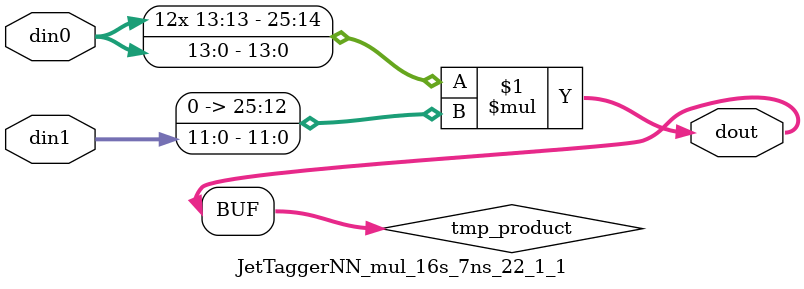
<source format=v>

`timescale 1 ns / 1 ps

  module JetTaggerNN_mul_16s_7ns_22_1_1(din0, din1, dout);
parameter ID = 1;
parameter NUM_STAGE = 0;
parameter din0_WIDTH = 14;
parameter din1_WIDTH = 12;
parameter dout_WIDTH = 26;

input [din0_WIDTH - 1 : 0] din0; 
input [din1_WIDTH - 1 : 0] din1; 
output [dout_WIDTH - 1 : 0] dout;

wire signed [dout_WIDTH - 1 : 0] tmp_product;












assign tmp_product = $signed(din0) * $signed({1'b0, din1});









assign dout = tmp_product;







endmodule

</source>
